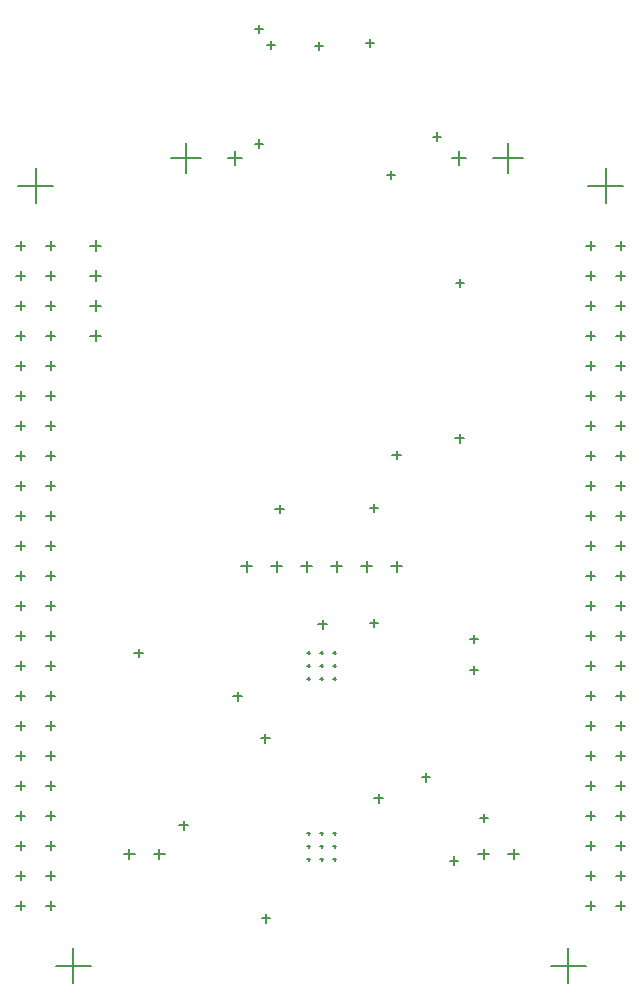
<source format=gbr>
G04 Layer_Color=128*
%FSLAX26Y26*%
%MOIN*%
%TF.FileFunction,Drillmap*%
%TF.Part,Single*%
G01*
G75*
%TA.AperFunction,NonConductor*%
%ADD74C,0.005000*%
D74*
X1790945Y200000D02*
X1909055D01*
X1850000Y140945D02*
Y259055D01*
X-109055Y200000D02*
X9055D01*
X-50000Y140945D02*
Y259055D01*
X15945Y-2400000D02*
X134055D01*
X75000Y-2459055D02*
Y-2340945D01*
X1665945Y-2400000D02*
X1784055D01*
X1725000Y-2459055D02*
Y-2340945D01*
X1784252Y0D02*
X1815748D01*
X1800000Y-15748D02*
Y15748D01*
X1784252Y-100000D02*
X1815748D01*
X1800000Y-115748D02*
Y-84252D01*
X1784252Y-200000D02*
X1815748D01*
X1800000Y-215748D02*
Y-184252D01*
X1784252Y-300000D02*
X1815748D01*
X1800000Y-315748D02*
Y-284252D01*
X1784252Y-400000D02*
X1815748D01*
X1800000Y-415748D02*
Y-384252D01*
X1784252Y-500000D02*
X1815748D01*
X1800000Y-515748D02*
Y-484252D01*
X1784252Y-600000D02*
X1815748D01*
X1800000Y-615748D02*
Y-584252D01*
X1784252Y-700000D02*
X1815748D01*
X1800000Y-715748D02*
Y-684252D01*
X1784252Y-800000D02*
X1815748D01*
X1800000Y-815748D02*
Y-784252D01*
X1784252Y-900000D02*
X1815748D01*
X1800000Y-915748D02*
Y-884252D01*
X1784252Y-1000000D02*
X1815748D01*
X1800000Y-1015748D02*
Y-984252D01*
X1784252Y-1100000D02*
X1815748D01*
X1800000Y-1115748D02*
Y-1084252D01*
X1784252Y-1200000D02*
X1815748D01*
X1800000Y-1215748D02*
Y-1184252D01*
X1784252Y-1300000D02*
X1815748D01*
X1800000Y-1315748D02*
Y-1284252D01*
X1784252Y-1400000D02*
X1815748D01*
X1800000Y-1415748D02*
Y-1384252D01*
X1784252Y-1500000D02*
X1815748D01*
X1800000Y-1515748D02*
Y-1484252D01*
X1784252Y-1600000D02*
X1815748D01*
X1800000Y-1615748D02*
Y-1584252D01*
X1784252Y-1700000D02*
X1815748D01*
X1800000Y-1715748D02*
Y-1684252D01*
X1784252Y-1800000D02*
X1815748D01*
X1800000Y-1815748D02*
Y-1784252D01*
X1784252Y-1900000D02*
X1815748D01*
X1800000Y-1915748D02*
Y-1884252D01*
X1784252Y-2000000D02*
X1815748D01*
X1800000Y-2015748D02*
Y-1984252D01*
X1784252Y-2100000D02*
X1815748D01*
X1800000Y-2115748D02*
Y-2084252D01*
X1784252Y-2200000D02*
X1815748D01*
X1800000Y-2215748D02*
Y-2184252D01*
X1884252Y-100000D02*
X1915748D01*
X1900000Y-115748D02*
Y-84252D01*
X1884252Y-200000D02*
X1915748D01*
X1900000Y-215748D02*
Y-184252D01*
X1884252Y-300000D02*
X1915748D01*
X1900000Y-315748D02*
Y-284252D01*
X1884252Y-400000D02*
X1915748D01*
X1900000Y-415748D02*
Y-384252D01*
X1884252Y-500000D02*
X1915748D01*
X1900000Y-515748D02*
Y-484252D01*
X1884252Y-600000D02*
X1915748D01*
X1900000Y-615748D02*
Y-584252D01*
X1884252Y-700000D02*
X1915748D01*
X1900000Y-715748D02*
Y-684252D01*
X1884252Y-800000D02*
X1915748D01*
X1900000Y-815748D02*
Y-784252D01*
X1884252Y-900000D02*
X1915748D01*
X1900000Y-915748D02*
Y-884252D01*
X1884252Y-1000000D02*
X1915748D01*
X1900000Y-1015748D02*
Y-984252D01*
X1884252Y-1100000D02*
X1915748D01*
X1900000Y-1115748D02*
Y-1084252D01*
X1884252Y-1200000D02*
X1915748D01*
X1900000Y-1215748D02*
Y-1184252D01*
X1884252Y-1300000D02*
X1915748D01*
X1900000Y-1315748D02*
Y-1284252D01*
X1884252Y-1400000D02*
X1915748D01*
X1900000Y-1415748D02*
Y-1384252D01*
X1884252Y-1500000D02*
X1915748D01*
X1900000Y-1515748D02*
Y-1484252D01*
X1884252Y-1600000D02*
X1915748D01*
X1900000Y-1615748D02*
Y-1584252D01*
X1884252Y-1700000D02*
X1915748D01*
X1900000Y-1715748D02*
Y-1684252D01*
X1884252Y-1800000D02*
X1915748D01*
X1900000Y-1815748D02*
Y-1784252D01*
X1884252Y-1900000D02*
X1915748D01*
X1900000Y-1915748D02*
Y-1884252D01*
X1884252Y-2000000D02*
X1915748D01*
X1900000Y-2015748D02*
Y-1984252D01*
X1884252Y-2100000D02*
X1915748D01*
X1900000Y-2115748D02*
Y-2084252D01*
X1884252Y-2200000D02*
X1915748D01*
X1900000Y-2215748D02*
Y-2184252D01*
X-15748Y0D02*
X15748D01*
X0Y-15748D02*
Y15748D01*
X-115748Y0D02*
X-84252D01*
X-100000Y-15748D02*
Y15748D01*
X-115748Y-100000D02*
X-84252D01*
X-100000Y-115748D02*
Y-84252D01*
X-115748Y-200000D02*
X-84252D01*
X-100000Y-215748D02*
Y-184252D01*
X-115748Y-300000D02*
X-84252D01*
X-100000Y-315748D02*
Y-284252D01*
X-115748Y-400000D02*
X-84252D01*
X-100000Y-415748D02*
Y-384252D01*
X-115748Y-500000D02*
X-84252D01*
X-100000Y-515748D02*
Y-484252D01*
X-115748Y-600000D02*
X-84252D01*
X-100000Y-615748D02*
Y-584252D01*
X-115748Y-700000D02*
X-84252D01*
X-100000Y-715748D02*
Y-684252D01*
X-115748Y-800000D02*
X-84252D01*
X-100000Y-815748D02*
Y-784252D01*
X-115748Y-900000D02*
X-84252D01*
X-100000Y-915748D02*
Y-884252D01*
X-115748Y-1000000D02*
X-84252D01*
X-100000Y-1015748D02*
Y-984252D01*
X-115748Y-1100000D02*
X-84252D01*
X-100000Y-1115748D02*
Y-1084252D01*
X-115748Y-1200000D02*
X-84252D01*
X-100000Y-1215748D02*
Y-1184252D01*
X-115748Y-1300000D02*
X-84252D01*
X-100000Y-1315748D02*
Y-1284252D01*
X-115748Y-1400000D02*
X-84252D01*
X-100000Y-1415748D02*
Y-1384252D01*
X-115748Y-1500000D02*
X-84252D01*
X-100000Y-1515748D02*
Y-1484252D01*
X-115748Y-1600000D02*
X-84252D01*
X-100000Y-1615748D02*
Y-1584252D01*
X-115748Y-1700000D02*
X-84252D01*
X-100000Y-1715748D02*
Y-1684252D01*
X-115748Y-1800000D02*
X-84252D01*
X-100000Y-1815748D02*
Y-1784252D01*
X-115748Y-1900000D02*
X-84252D01*
X-100000Y-1915748D02*
Y-1884252D01*
X-115748Y-2000000D02*
X-84252D01*
X-100000Y-2015748D02*
Y-1984252D01*
X-115748Y-2100000D02*
X-84252D01*
X-100000Y-2115748D02*
Y-2084252D01*
X-115748Y-2200000D02*
X-84252D01*
X-100000Y-2215748D02*
Y-2184252D01*
X-15748Y-100000D02*
X15748D01*
X0Y-115748D02*
Y-84252D01*
X-15748Y-200000D02*
X15748D01*
X0Y-215748D02*
Y-184252D01*
X-15748Y-300000D02*
X15748D01*
X0Y-315748D02*
Y-284252D01*
X-15748Y-400000D02*
X15748D01*
X0Y-415748D02*
Y-384252D01*
X-15748Y-500000D02*
X15748D01*
X0Y-515748D02*
Y-484252D01*
X-15748Y-600000D02*
X15748D01*
X0Y-615748D02*
Y-584252D01*
X-15748Y-700000D02*
X15748D01*
X0Y-715748D02*
Y-684252D01*
X-15748Y-800000D02*
X15748D01*
X0Y-815748D02*
Y-784252D01*
X-15748Y-900000D02*
X15748D01*
X0Y-915748D02*
Y-884252D01*
X-15748Y-1000000D02*
X15748D01*
X0Y-1015748D02*
Y-984252D01*
X-15748Y-1100000D02*
X15748D01*
X0Y-1115748D02*
Y-1084252D01*
X-15748Y-1200000D02*
X15748D01*
X0Y-1215748D02*
Y-1184252D01*
X-15748Y-1300000D02*
X15748D01*
X0Y-1315748D02*
Y-1284252D01*
X-15748Y-1400000D02*
X15748D01*
X0Y-1415748D02*
Y-1384252D01*
X-15748Y-1500000D02*
X15748D01*
X0Y-1515748D02*
Y-1484252D01*
X-15748Y-1600000D02*
X15748D01*
X0Y-1615748D02*
Y-1584252D01*
X-15748Y-1700000D02*
X15748D01*
X0Y-1715748D02*
Y-1684252D01*
X-15748Y-1800000D02*
X15748D01*
X0Y-1815748D02*
Y-1784252D01*
X-15748Y-1900000D02*
X15748D01*
X0Y-1915748D02*
Y-1884252D01*
X-15748Y-2000000D02*
X15748D01*
X0Y-2015748D02*
Y-1984252D01*
X-15748Y-2100000D02*
X15748D01*
X0Y-2115748D02*
Y-2084252D01*
X-15748Y-2200000D02*
X15748D01*
X0Y-2215748D02*
Y-2184252D01*
X1885000Y0D02*
X1915000D01*
X1900000Y-15000D02*
Y15000D01*
X699614Y-1643000D02*
X729614D01*
X714614Y-1658000D02*
Y-1628000D01*
X1474200Y293000D02*
X1574200D01*
X1524200Y243000D02*
Y343000D01*
X401800Y293000D02*
X501800D01*
X451800Y243000D02*
Y343000D01*
X590200Y293000D02*
X637200D01*
X613700Y269500D02*
Y316500D01*
X1338800Y291400D02*
X1385800D01*
X1362300Y267900D02*
Y314900D01*
X132284Y0D02*
X167717D01*
X150000Y-17716D02*
Y17717D01*
X132284Y-100000D02*
X167717D01*
X150000Y-117716D02*
Y-82283D01*
X132284Y-200000D02*
X167717D01*
X150000Y-217716D02*
Y-182283D01*
X132284Y-300000D02*
X167717D01*
X150000Y-317716D02*
Y-282283D01*
X244536Y-2027897D02*
X280362D01*
X262449Y-2045811D02*
Y-2009984D01*
X344536Y-2027897D02*
X380362D01*
X362449Y-2045811D02*
Y-2009984D01*
X1425638Y-2027897D02*
X1461465D01*
X1443551Y-2045811D02*
Y-2009984D01*
X1525638Y-2027897D02*
X1561465D01*
X1543551Y-2045811D02*
Y-2009984D01*
X1134299Y-1069000D02*
X1171701D01*
X1153000Y-1087701D02*
Y-1050299D01*
X1034299Y-1069000D02*
X1071701D01*
X1053000Y-1087701D02*
Y-1050299D01*
X934299Y-1069000D02*
X971701D01*
X953000Y-1087701D02*
Y-1050299D01*
X834299Y-1069000D02*
X871701D01*
X853000Y-1087701D02*
Y-1050299D01*
X734299Y-1069000D02*
X771701D01*
X753000Y-1087701D02*
Y-1050299D01*
X634299Y-1069000D02*
X671701D01*
X653000Y-1087701D02*
Y-1050299D01*
X720000Y668000D02*
X748000D01*
X734000Y654000D02*
Y682000D01*
X681000Y722000D02*
X709000D01*
X695000Y708000D02*
Y736000D01*
X881000Y666000D02*
X909000D01*
X895000Y652000D02*
Y680000D01*
X1050000Y675000D02*
X1078000D01*
X1064000Y661000D02*
Y689000D01*
X703566Y-2243000D02*
X731566D01*
X717566Y-2257000D02*
Y-2229000D01*
X681000Y340000D02*
X709000D01*
X695000Y326000D02*
Y354000D01*
X1079000Y-1843000D02*
X1107000D01*
X1093000Y-1857000D02*
Y-1829000D01*
X1236078Y-1773000D02*
X1264078D01*
X1250078Y-1787000D02*
Y-1759000D01*
X609000Y-1503000D02*
X637000D01*
X623000Y-1517000D02*
Y-1489000D01*
X892000Y-1263000D02*
X920000D01*
X906000Y-1277000D02*
Y-1249000D01*
X1274000Y363000D02*
X1302000D01*
X1288000Y349000D02*
Y377000D01*
X429000Y-1933063D02*
X457000D01*
X443000Y-1947063D02*
Y-1919063D01*
X279000Y-1357874D02*
X307000D01*
X293000Y-1371874D02*
Y-1343874D01*
X749000Y-878000D02*
X777000D01*
X763000Y-892000D02*
Y-864000D01*
X941307Y-1959693D02*
X951307D01*
X946307Y-1964693D02*
Y-1954693D01*
X898000Y-1959693D02*
X908000D01*
X903000Y-1964693D02*
Y-1954693D01*
X854693Y-1959693D02*
X864693D01*
X859693Y-1964693D02*
Y-1954693D01*
X941307Y-2003000D02*
X951307D01*
X946307Y-2008000D02*
Y-1998000D01*
X898000Y-2003000D02*
X908000D01*
X903000Y-2008000D02*
Y-1998000D01*
X854693Y-2003000D02*
X864693D01*
X859693Y-2008000D02*
Y-1998000D01*
X941307Y-2046307D02*
X951307D01*
X946307Y-2051307D02*
Y-2041307D01*
X898000Y-2046307D02*
X908000D01*
X903000Y-2051307D02*
Y-2041307D01*
X854693Y-2046307D02*
X864693D01*
X859693Y-2051307D02*
Y-2041307D01*
X854693Y-1444488D02*
X864693D01*
X859693Y-1449488D02*
Y-1439488D01*
X898000Y-1444488D02*
X908000D01*
X903000Y-1449488D02*
Y-1439488D01*
X941307Y-1444488D02*
X951307D01*
X946307Y-1449488D02*
Y-1439488D01*
X854693Y-1401181D02*
X864693D01*
X859693Y-1406181D02*
Y-1396181D01*
X898000Y-1401181D02*
X908000D01*
X903000Y-1406181D02*
Y-1396181D01*
X941307Y-1401181D02*
X951307D01*
X946307Y-1406181D02*
Y-1396181D01*
X854693Y-1357874D02*
X864693D01*
X859693Y-1362874D02*
Y-1352874D01*
X898000Y-1357874D02*
X908000D01*
X903000Y-1362874D02*
Y-1352874D01*
X941307Y-1357874D02*
X951307D01*
X946307Y-1362874D02*
Y-1352874D01*
X1331000Y-2050000D02*
X1359000D01*
X1345000Y-2064000D02*
Y-2036000D01*
X1063928Y-1257598D02*
X1091928D01*
X1077928Y-1271598D02*
Y-1243598D01*
X1063928Y-875000D02*
X1091928D01*
X1077928Y-889000D02*
Y-861000D01*
X1348688Y-642598D02*
X1376688D01*
X1362688Y-656598D02*
Y-628598D01*
X1139000Y-698779D02*
X1167000D01*
X1153000Y-712779D02*
Y-684779D01*
X1351000Y-125000D02*
X1379000D01*
X1365000Y-139000D02*
Y-111000D01*
X1121000Y235000D02*
X1149000D01*
X1135000Y221000D02*
Y249000D01*
X1396000Y-1311000D02*
X1424000D01*
X1410000Y-1325000D02*
Y-1297000D01*
X1396000Y-1414000D02*
X1424000D01*
X1410000Y-1428000D02*
Y-1400000D01*
X1429766Y-1909000D02*
X1457766D01*
X1443766Y-1923000D02*
Y-1895000D01*
%TF.MD5,3a1765ff2fc2b2d926afb5fa7fbd0e7a*%
M02*

</source>
